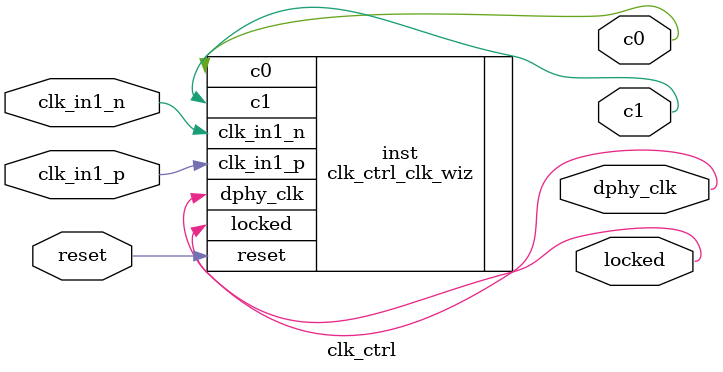
<source format=v>


`timescale 1ps/1ps

(* CORE_GENERATION_INFO = "clk_ctrl,clk_wiz_v6_0_17_0_0,{component_name=clk_ctrl,use_phase_alignment=false,use_min_o_jitter=false,use_max_i_jitter=false,use_dyn_phase_shift=false,use_inclk_switchover=false,use_dyn_reconfig=false,enable_axi=0,feedback_source=FDBK_AUTO,PRIMITIVE=MMCM,num_out_clk=3,clkin1_period=20.000,clkin2_period=10.0,use_power_down=false,use_reset=true,use_locked=true,use_inclk_stopped=false,feedback_type=SINGLE,CLOCK_MGR_TYPE=NA,manual_override=false}" *)

module clk_ctrl 
 (
  // Clock out ports
  output        c0,
  output        c1,
  output        dphy_clk,
  // Status and control signals
  input         reset,
  output        locked,
 // Clock in ports
  input         clk_in1_p,
  input         clk_in1_n
 );

  clk_ctrl_clk_wiz inst
  (
  // Clock out ports  
  .c0(c0),
  .c1(c1),
  .dphy_clk(dphy_clk),
  // Status and control signals               
  .reset(reset), 
  .locked(locked),
 // Clock in ports
  .clk_in1_p(clk_in1_p),
  .clk_in1_n(clk_in1_n)
  );

endmodule

</source>
